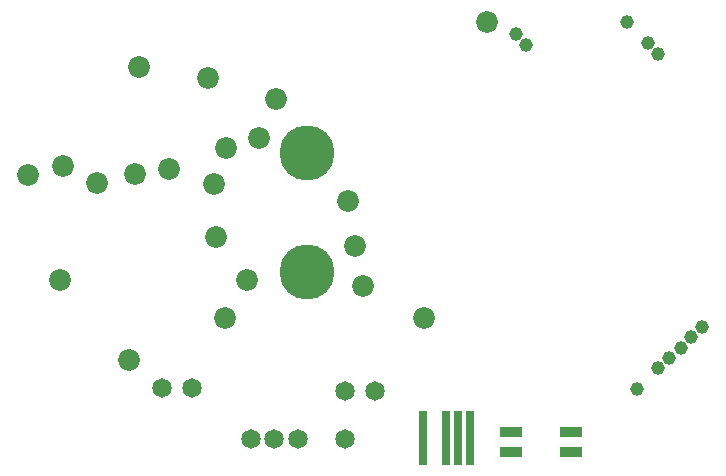
<source format=gbs>
%FSLAX24Y24*%
%MOIN*%
G70*
G01*
G75*
G04 Layer_Color=16711935*
%ADD10R,0.0354X0.0276*%
%ADD11R,0.0315X0.0354*%
%ADD12R,0.0354X0.0315*%
%ADD13R,0.0236X0.0197*%
%ADD14R,0.0236X0.0591*%
%ADD15R,0.0197X0.0236*%
%ADD16R,0.0335X0.0157*%
%ADD17R,0.0276X0.0354*%
%ADD18R,0.0157X0.0335*%
%ADD19R,0.0512X0.0217*%
%ADD20R,0.0157X0.0157*%
%ADD21R,0.0118X0.0209*%
%ADD22R,0.0118X0.0193*%
%ADD23O,0.0118X0.0650*%
%ADD24R,0.0394X0.0217*%
G04:AMPARAMS|DCode=25|XSize=59.8mil|YSize=30mil|CornerRadius=0mil|HoleSize=0mil|Usage=FLASHONLY|Rotation=225.000|XOffset=0mil|YOffset=0mil|HoleType=Round|Shape=Rectangle|*
%AMROTATEDRECTD25*
4,1,4,0.0106,0.0318,0.0318,0.0106,-0.0106,-0.0318,-0.0318,-0.0106,0.0106,0.0318,0.0*
%
%ADD25ROTATEDRECTD25*%

G04:AMPARAMS|DCode=26|XSize=59.8mil|YSize=30mil|CornerRadius=0mil|HoleSize=0mil|Usage=FLASHONLY|Rotation=135.000|XOffset=0mil|YOffset=0mil|HoleType=Round|Shape=Rectangle|*
%AMROTATEDRECTD26*
4,1,4,0.0318,-0.0106,0.0106,-0.0318,-0.0318,0.0106,-0.0106,0.0318,0.0318,-0.0106,0.0*
%
%ADD26ROTATEDRECTD26*%

G04:AMPARAMS|DCode=27|XSize=60mil|YSize=30mil|CornerRadius=0mil|HoleSize=0mil|Usage=FLASHONLY|Rotation=135.000|XOffset=0mil|YOffset=0mil|HoleType=Round|Shape=Rectangle|*
%AMROTATEDRECTD27*
4,1,4,0.0318,-0.0106,0.0106,-0.0318,-0.0318,0.0106,-0.0106,0.0318,0.0318,-0.0106,0.0*
%
%ADD27ROTATEDRECTD27*%

%ADD28R,0.0240X0.1750*%
G04:AMPARAMS|DCode=29|XSize=35.4mil|YSize=31.5mil|CornerRadius=0mil|HoleSize=0mil|Usage=FLASHONLY|Rotation=315.000|XOffset=0mil|YOffset=0mil|HoleType=Round|Shape=Rectangle|*
%AMROTATEDRECTD29*
4,1,4,-0.0237,0.0014,-0.0014,0.0237,0.0237,-0.0014,0.0014,-0.0237,-0.0237,0.0014,0.0*
%
%ADD29ROTATEDRECTD29*%

%ADD30R,0.0098X0.0591*%
%ADD31R,0.0394X0.0591*%
%ADD32C,0.0120*%
%ADD33C,0.0150*%
%ADD34C,0.0200*%
%ADD35C,0.0984*%
%ADD36C,0.0591*%
%ADD37C,0.0661*%
%ADD38C,0.1772*%
%ADD39C,0.0400*%
%ADD40C,0.0320*%
%ADD41R,0.0661X0.0319*%
%ADD42C,0.0098*%
%ADD43C,0.0100*%
%ADD44C,0.0236*%
%ADD45C,0.0079*%
%ADD46C,0.0047*%
%ADD47C,0.0050*%
%ADD48C,0.0080*%
%ADD49C,0.0060*%
%ADD50R,0.0414X0.0336*%
%ADD51R,0.0375X0.0414*%
%ADD52R,0.0414X0.0375*%
%ADD53R,0.0296X0.0257*%
%ADD54R,0.0296X0.0651*%
%ADD55R,0.0257X0.0296*%
%ADD56R,0.0395X0.0217*%
%ADD57R,0.0336X0.0414*%
%ADD58R,0.0217X0.0395*%
%ADD59R,0.0572X0.0277*%
%ADD60R,0.0217X0.0217*%
%ADD61R,0.0178X0.0269*%
%ADD62R,0.0178X0.0253*%
%ADD63O,0.0178X0.0710*%
%ADD64R,0.0454X0.0277*%
G04:AMPARAMS|DCode=65|XSize=65.8mil|YSize=36mil|CornerRadius=0mil|HoleSize=0mil|Usage=FLASHONLY|Rotation=225.000|XOffset=0mil|YOffset=0mil|HoleType=Round|Shape=Rectangle|*
%AMROTATEDRECTD65*
4,1,4,0.0106,0.0360,0.0360,0.0106,-0.0106,-0.0360,-0.0360,-0.0106,0.0106,0.0360,0.0*
%
%ADD65ROTATEDRECTD65*%

G04:AMPARAMS|DCode=66|XSize=65.8mil|YSize=36mil|CornerRadius=0mil|HoleSize=0mil|Usage=FLASHONLY|Rotation=135.000|XOffset=0mil|YOffset=0mil|HoleType=Round|Shape=Rectangle|*
%AMROTATEDRECTD66*
4,1,4,0.0360,-0.0106,0.0106,-0.0360,-0.0360,0.0106,-0.0106,0.0360,0.0360,-0.0106,0.0*
%
%ADD66ROTATEDRECTD66*%

G04:AMPARAMS|DCode=67|XSize=66mil|YSize=36mil|CornerRadius=0mil|HoleSize=0mil|Usage=FLASHONLY|Rotation=135.000|XOffset=0mil|YOffset=0mil|HoleType=Round|Shape=Rectangle|*
%AMROTATEDRECTD67*
4,1,4,0.0361,-0.0106,0.0106,-0.0361,-0.0361,0.0106,-0.0106,0.0361,0.0361,-0.0106,0.0*
%
%ADD67ROTATEDRECTD67*%

%ADD68R,0.0300X0.1810*%
G04:AMPARAMS|DCode=69|XSize=41.4mil|YSize=37.5mil|CornerRadius=0mil|HoleSize=0mil|Usage=FLASHONLY|Rotation=315.000|XOffset=0mil|YOffset=0mil|HoleType=Round|Shape=Rectangle|*
%AMROTATEDRECTD69*
4,1,4,-0.0279,0.0014,-0.0014,0.0279,0.0279,-0.0014,0.0014,-0.0279,-0.0279,0.0014,0.0*
%
%ADD69ROTATEDRECTD69*%

%ADD70C,0.1044*%
%ADD71C,0.0651*%
%ADD72C,0.0721*%
%ADD73C,0.1832*%
%ADD74C,0.0460*%
%ADD75R,0.0721X0.0379*%
D68*
X15856Y1000D02*
D03*
X16644D02*
D03*
X17037D02*
D03*
X17431D02*
D03*
D70*
X12000Y10468D02*
D03*
Y6532D02*
D03*
D71*
X10125Y950D02*
D03*
X10913D02*
D03*
X11700D02*
D03*
X13275D02*
D03*
X13250Y2550D02*
D03*
X14250D02*
D03*
X7150Y2650D02*
D03*
X8150D02*
D03*
D72*
X3750Y6250D02*
D03*
X6050Y3600D02*
D03*
X9250Y5000D02*
D03*
X8700Y13000D02*
D03*
X9300Y10650D02*
D03*
X6250Y9800D02*
D03*
X3850Y10050D02*
D03*
X2700Y9750D02*
D03*
X5000Y9500D02*
D03*
X7400Y9950D02*
D03*
X6400Y13350D02*
D03*
X8900Y9450D02*
D03*
X10400Y11000D02*
D03*
X13350Y8900D02*
D03*
X10000Y6250D02*
D03*
X13600Y7400D02*
D03*
X10950Y12300D02*
D03*
X15900Y5000D02*
D03*
X13850Y6050D02*
D03*
X18000Y14850D02*
D03*
X8950Y7700D02*
D03*
D73*
X12000Y10468D02*
D03*
Y6532D02*
D03*
D74*
X18950Y14450D02*
D03*
X19300Y14086D02*
D03*
X23700Y13778D02*
D03*
X23350Y14136D02*
D03*
X22650Y14850D02*
D03*
X25150Y4700D02*
D03*
X24793Y4350D02*
D03*
X24450Y3986D02*
D03*
X24079Y3650D02*
D03*
X23700Y3322D02*
D03*
X23000Y2607D02*
D03*
D75*
X20800Y507D02*
D03*
Y1193D02*
D03*
X18800Y507D02*
D03*
Y1193D02*
D03*
M02*

</source>
